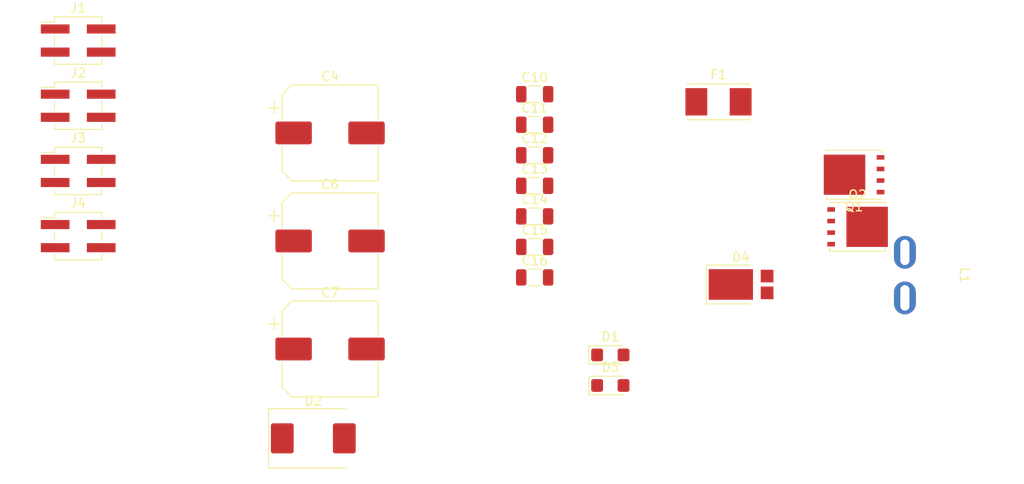
<source format=kicad_pcb>
(kicad_pcb (version 20221018) (generator pcbnew)
  (layers (0 "F.Cu" signal) (31 "B.Cu" signal) (34 "B.Paste" user) (35 "F.Paste" user) (36 "B.SilkS" user "B.Silkscreen") (37 "F.SilkS" user "F.Silkscreen") (38 "B.Mask" user) (39 "F.Mask" user) (44 "Edge.Cuts" user))
  (net 0 "")
  (net 1 "/VOUT")
  (net 2 "GND")
  (net 3 "+24V")
  (net 4 "/HG")
  (net 5 "/SW")
  (net 6 "/LG")
  (net 7 "/PWR_IN")
  (footprint "Connector_PinHeader_2.54mm:PinHeader_2x02_P2.54mm_Vertical_SMD" (layer "F.Cu") (at 74.168 70.244)
    (fp_text reference "J1" (at 0 -3.6) (layer "F.SilkS"))
    (fp_text value "Conn_02x02_Odd_Even")
    (fp_line (start -4.04 -2.03) (end -2.6 -2.03) (stroke (width 0.12)) (layer "F.SilkS"))
    (fp_line (start -2.6 -2.6) (end -2.6 -2.03) (stroke (width 0.12)) (layer "F.SilkS"))
    (fp_line (start -2.6 -2.6) (end 2.6 -2.6) (stroke (width 0.12)) (layer "F.SilkS"))
    (fp_line (start -2.6 -0.51) (end -2.6 0.51) (stroke (width 0.12)) (layer "F.SilkS"))
    (fp_line (start -2.6 2.03) (end -2.6 2.6) (stroke (width 0.12)) (layer "F.SilkS"))
    (fp_line (start -2.6 2.6) (end 2.6 2.6) (stroke (width 0.12)) (layer "F.SilkS"))
    (fp_line (start 2.6 -2.6) (end 2.6 -2.03) (stroke (width 0.12)) (layer "F.SilkS"))
    (fp_line (start 2.6 -0.51) (end 2.6 0.51) (stroke (width 0.12)) (layer "F.SilkS"))
    (fp_line (start 2.6 2.03) (end 2.6 2.6) (stroke (width 0.12)) (layer "F.SilkS"))
    (pad "1" smd rect (at -2.525 -1.27) (size 3.15 1) (layers "F.Cu" "F.Paste" "F.Mask") (net 3 "+24V"))
    (pad "2" smd rect (at 2.525 -1.27) (size 3.15 1) (layers "F.Cu" "F.Paste" "F.Mask") (net 5 "/SW"))
    (pad "3" smd rect (at -2.525 1.27) (size 3.15 1) (layers "F.Cu" "F.Paste" "F.Mask") (net 6 "/LG"))
    (pad "4" smd rect (at 2.525 1.27) (size 3.15 1) (layers "F.Cu" "F.Paste" "F.Mask") (net 4 "/HG"))
  )
  (footprint "Capacitor_SMD:C_1206_3216Metric" (layer "F.Cu") (at 124.24 79.477)
    (fp_text reference "C11" (at 0 -1.85) (layer "F.SilkS"))
    (fp_text value "100u")
    (fp_line (start -0.711252 -0.91) (end 0.711252 -0.91) (stroke (width 0.12)) (layer "F.SilkS"))
    (fp_line (start -0.711252 0.91) (end 0.711252 0.91) (stroke (width 0.12)) (layer "F.SilkS"))
    (pad "1" smd roundrect (at -1.475 0) (size 1.15 1.8) (layers "F.Cu" "F.Paste" "F.Mask") (roundrect_rratio 0.217391) (net 2 "GND"))
    (pad "2" smd roundrect (at 1.475 0) (size 1.15 1.8) (layers "F.Cu" "F.Paste" "F.Mask") (roundrect_rratio 0.217391) (net 1 "/VOUT"))
  )
  (footprint "Capacitor_SMD:C_1206_3216Metric" (layer "F.Cu") (at 124.24 96.227)
    (fp_text reference "C16" (at 0 -1.85) (layer "F.SilkS"))
    (fp_text value "100u")
    (fp_line (start -0.711252 -0.91) (end 0.711252 -0.91) (stroke (width 0.12)) (layer "F.SilkS"))
    (fp_line (start -0.711252 0.91) (end 0.711252 0.91) (stroke (width 0.12)) (layer "F.SilkS"))
    (pad "1" smd roundrect (at -1.475 0) (size 1.15 1.8) (layers "F.Cu" "F.Paste" "F.Mask") (roundrect_rratio 0.217391) (net 2 "GND"))
    (pad "2" smd roundrect (at 1.475 0) (size 1.15 1.8) (layers "F.Cu" "F.Paste" "F.Mask") (roundrect_rratio 0.217391) (net 3 "+24V"))
  )
  (footprint "Connector_PinHeader_2.54mm:PinHeader_2x02_P2.54mm_Vertical_SMD" (layer "F.Cu") (at 74.168 77.394)
    (fp_text reference "J2" (at 0 -3.6) (layer "F.SilkS"))
    (fp_text value "Conn_02x02_Odd_Even")
    (fp_line (start -4.04 -2.03) (end -2.6 -2.03) (stroke (width 0.12)) (layer "F.SilkS"))
    (fp_line (start -2.6 -2.6) (end -2.6 -2.03) (stroke (width 0.12)) (layer "F.SilkS"))
    (fp_line (start -2.6 -2.6) (end 2.6 -2.6) (stroke (width 0.12)) (layer "F.SilkS"))
    (fp_line (start -2.6 -0.51) (end -2.6 0.51) (stroke (width 0.12)) (layer "F.SilkS"))
    (fp_line (start -2.6 2.03) (end -2.6 2.6) (stroke (width 0.12)) (layer "F.SilkS"))
    (fp_line (start -2.6 2.6) (end 2.6 2.6) (stroke (width 0.12)) (layer "F.SilkS"))
    (fp_line (start 2.6 -2.6) (end 2.6 -2.03) (stroke (width 0.12)) (layer "F.SilkS"))
    (fp_line (start 2.6 -0.51) (end 2.6 0.51) (stroke (width 0.12)) (layer "F.SilkS"))
    (fp_line (start 2.6 2.03) (end 2.6 2.6) (stroke (width 0.12)) (layer "F.SilkS"))
    (pad "1" smd rect (at -2.525 -1.27) (size 3.15 1) (layers "F.Cu" "F.Paste" "F.Mask") (net 2 "GND"))
    (pad "2" smd rect (at 2.525 -1.27) (size 3.15 1) (layers "F.Cu" "F.Paste" "F.Mask") (net 2 "GND"))
    (pad "3" smd rect (at -2.525 1.27) (size 3.15 1) (layers "F.Cu" "F.Paste" "F.Mask") (net 2 "GND"))
    (pad "4" smd rect (at 2.525 1.27) (size 3.15 1) (layers "F.Cu" "F.Paste" "F.Mask") (net 2 "GND"))
  )
  (footprint "Capacitor_SMD:C_1206_3216Metric" (layer "F.Cu") (at 124.24 86.177)
    (fp_text reference "C13" (at 0 -1.85) (layer "F.SilkS"))
    (fp_text value "100u")
    (fp_line (start -0.711252 -0.91) (end 0.711252 -0.91) (stroke (width 0.12)) (layer "F.SilkS"))
    (fp_line (start -0.711252 0.91) (end 0.711252 0.91) (stroke (width 0.12)) (layer "F.SilkS"))
    (pad "1" smd roundrect (at -1.475 0) (size 1.15 1.8) (layers "F.Cu" "F.Paste" "F.Mask") (roundrect_rratio 0.217391) (net 2 "GND"))
    (pad "2" smd roundrect (at 1.475 0) (size 1.15 1.8) (layers "F.Cu" "F.Paste" "F.Mask") (roundrect_rratio 0.217391) (net 1 "/VOUT"))
  )
  (footprint "Connector_PinHeader_2.54mm:PinHeader_2x02_P2.54mm_Vertical_SMD" (layer "F.Cu") (at 74.168 84.544)
    (fp_text reference "J3" (at 0 -3.6) (layer "F.SilkS"))
    (fp_text value "Conn_02x02_Odd_Even")
    (fp_line (start -4.04 -2.03) (end -2.6 -2.03) (stroke (width 0.12)) (layer "F.SilkS"))
    (fp_line (start -2.6 -2.6) (end -2.6 -2.03) (stroke (width 0.12)) (layer "F.SilkS"))
    (fp_line (start -2.6 -2.6) (end 2.6 -2.6) (stroke (width 0.12)) (layer "F.SilkS"))
    (fp_line (start -2.6 -0.51) (end -2.6 0.51) (stroke (width 0.12)) (layer "F.SilkS"))
    (fp_line (start -2.6 2.03) (end -2.6 2.6) (stroke (width 0.12)) (layer "F.SilkS"))
    (fp_line (start -2.6 2.6) (end 2.6 2.6) (stroke (width 0.12)) (layer "F.SilkS"))
    (fp_line (start 2.6 -2.6) (end 2.6 -2.03) (stroke (width 0.12)) (layer "F.SilkS"))
    (fp_line (start 2.6 -0.51) (end 2.6 0.51) (stroke (width 0.12)) (layer "F.SilkS"))
    (fp_line (start 2.6 2.03) (end 2.6 2.6) (stroke (width 0.12)) (layer "F.SilkS"))
    (pad "1" smd rect (at -2.525 -1.27) (size 3.15 1) (layers "F.Cu" "F.Paste" "F.Mask") (net 1 "/VOUT"))
    (pad "2" smd rect (at 2.525 -1.27) (size 3.15 1) (layers "F.Cu" "F.Paste" "F.Mask") (net 1 "/VOUT"))
    (pad "3" smd rect (at -2.525 1.27) (size 3.15 1) (layers "F.Cu" "F.Paste" "F.Mask") (net 1 "/VOUT"))
    (pad "4" smd rect (at 2.525 1.27) (size 3.15 1) (layers "F.Cu" "F.Paste" "F.Mask") (net 1 "/VOUT"))
  )
  (footprint "Diode_SMD:D_SMC" (layer "F.Cu") (at 99.955 113.877)
    (fp_text reference "D2" (at 0 -4.1) (layer "F.SilkS"))
    (fp_text value "SM6T30A")
    (fp_line (start -4.91 -3.25) (end 3.6 -3.25) (stroke (width 0.12)) (layer "F.SilkS"))
    (fp_line (start -4.91 3.25) (end -4.91 -3.25) (stroke (width 0.12)) (layer "F.SilkS"))
    (fp_line (start -4.91 3.25) (end 3.6 3.25) (stroke (width 0.12)) (layer "F.SilkS"))
    (pad "1" smd roundrect (at -3.4 0 90) (size 3.3 2.5) (layers "F.Cu" "F.Paste" "F.Mask") (roundrect_rratio 0.1) (net 3 "+24V"))
    (pad "2" smd roundrect (at 3.4 0 90) (size 3.3 2.5) (layers "F.Cu" "F.Paste" "F.Mask") (roundrect_rratio 0.1) (net 2 "GND"))
  )
  (footprint "Fuse:Fuseholder_Littelfuse_Nano2_157x" (layer "F.Cu") (at 144.399 76.962)
    (fp_text reference "F1" (at 0 -3) (layer "F.SilkS"))
    (fp_text value "Fuse")
    (fp_line (start -3.36 -1.96) (end -3.36 -1.76) (stroke (width 0.12)) (layer "F.SilkS"))
    (fp_line (start -3.36 -1.96) (end 3.36 -1.96) (stroke (width 0.12)) (layer "F.SilkS"))
    (fp_line (start -3.36 1.76) (end -3.36 1.96) (stroke (width 0.12)) (layer "F.SilkS"))
    (fp_line (start -3.36 1.96) (end 3.36 1.96) (stroke (width 0.12)) (layer "F.SilkS"))
    (fp_line (start 3.36 -1.96) (end 3.36 -1.76) (stroke (width 0.12)) (layer "F.SilkS"))
    (fp_line (start 3.36 1.76) (end 3.36 1.96) (stroke (width 0.12)) (layer "F.SilkS"))
    (pad "1" smd rect (at -2.43 0) (size 2.4 3) (layers "F.Cu" "F.Paste" "F.Mask") (net 7 "/PWR_IN"))
    (pad "2" smd rect (at 2.43 0) (size 2.4 3) (layers "F.Cu" "F.Paste" "F.Mask") (net 3 "+24V"))
  )
  (footprint "Package_TO_SOT_SMD:TDSON-8-1" (layer "F.Cu") (at 159.273 84.963 180)
    (fp_text reference "Q1" (at 0 -3.5) (layer "F.SilkS"))
    (fp_text value "BSC070N10NS5")
    (fp_line (start -3.06 2.335) (end -3.06 2.685) (stroke (width 0.12)) (layer "F.SilkS"))
    (fp_line (start 3.06 -2.685) (end -3.06 -2.685) (stroke (width 0.12)) (layer "F.SilkS"))
    (fp_line (start 3.06 -2.385) (end 3.06 -2.685) (stroke (width 0.12)) (layer "F.SilkS"))
    (fp_line (start 3.06 2.385) (end 3.06 2.685) (stroke (width 0.12)) (layer "F.SilkS"))
    (fp_line (start 3.06 2.685) (end -3.06 2.685) (stroke (width 0.12)) (layer "F.SilkS"))
    (pad "1" smd rect (at -2.9 -1.905 180) (size 0.85 0.5) (layers "F.Cu" "F.Paste" "F.Mask") (net 5 "/SW"))
    (pad "2" smd rect (at -2.9 -0.635 180) (size 0.85 0.5) (layers "F.Cu" "F.Paste" "F.Mask") (net 5 "/SW"))
    (pad "3" smd rect (at -2.9 0.635 180) (size 0.85 0.5) (layers "F.Cu" "F.Paste" "F.Mask") (net 5 "/SW"))
    (pad "4" smd rect (at -2.9 1.905 180) (size 0.85 0.5) (layers "F.Cu" "F.Paste" "F.Mask") (net 4 "/HG"))
    (pad "5" smd rect (at 1.05 0 180) (size 4.55 4.41) (layers "F.Cu") (net 3 "+24V"))
  )
  (footprint "Capacitor_SMD:C_1206_3216Metric" (layer "F.Cu") (at 124.24 92.877)
    (fp_text reference "C15" (at 0 -1.85) (layer "F.SilkS"))
    (fp_text value "100u")
    (fp_line (start -0.711252 -0.91) (end 0.711252 -0.91) (stroke (width 0.12)) (layer "F.SilkS"))
    (fp_line (start -0.711252 0.91) (end 0.711252 0.91) (stroke (width 0.12)) (layer "F.SilkS"))
    (pad "1" smd roundrect (at -1.475 0) (size 1.15 1.8) (layers "F.Cu" "F.Paste" "F.Mask") (roundrect_rratio 0.217391) (net 2 "GND"))
    (pad "2" smd roundrect (at 1.475 0) (size 1.15 1.8) (layers "F.Cu" "F.Paste" "F.Mask") (roundrect_rratio 0.217391) (net 3 "+24V"))
  )
  (footprint "Capacitor_SMD:C_1206_3216Metric" (layer "F.Cu") (at 124.24 89.527)
    (fp_text reference "C14" (at 0 -1.85) (layer "F.SilkS"))
    (fp_text value "100u")
    (fp_line (start -0.711252 -0.91) (end 0.711252 -0.91) (stroke (width 0.12)) (layer "F.SilkS"))
    (fp_line (start -0.711252 0.91) (end 0.711252 0.91) (stroke (width 0.12)) (layer "F.SilkS"))
    (pad "1" smd roundrect (at -1.475 0) (size 1.15 1.8) (layers "F.Cu" "F.Paste" "F.Mask") (roundrect_rratio 0.217391) (net 2 "GND"))
    (pad "2" smd roundrect (at 1.475 0) (size 1.15 1.8) (layers "F.Cu" "F.Paste" "F.Mask") (roundrect_rratio 0.217391) (net 3 "+24V"))
  )
  (footprint "Capacitor_SMD:CP_Elec_10x10" (layer "F.Cu") (at 101.795 80.377)
    (fp_text reference "C4" (at 0 -6.2) (layer "F.SilkS"))
    (fp_text value "C_Polarized")
    (fp_line (start -6.75 -2.76) (end -5.5 -2.76) (stroke (width 0.12)) (layer "F.SilkS"))
    (fp_line (start -6.125 -3.385) (end -6.125 -2.135) (stroke (width 0.12)) (layer "F.SilkS"))
    (fp_line (start -5.26 -4.195563) (end -5.26 -1.51) (stroke (width 0.12)) (layer "F.SilkS"))
    (fp_line (start -5.26 -4.195563) (end -4.195563 -5.26) (stroke (width 0.12)) (layer "F.SilkS"))
    (fp_line (start -5.26 4.195563) (end -5.26 1.51) (stroke (width 0.12)) (layer "F.SilkS"))
    (fp_line (start -5.26 4.195563) (end -4.195563 5.26) (stroke (width 0.12)) (layer "F.SilkS"))
    (fp_line (start -4.195563 -5.26) (end 5.26 -5.26) (stroke (width 0.12)) (layer "F.SilkS"))
    (fp_line (start -4.195563 5.26) (end 5.26 5.26) (stroke (width 0.12)) (layer "F.SilkS"))
    (fp_line (start 5.26 -5.26) (end 5.26 -1.51) (stroke (width 0.12)) (layer "F.SilkS"))
    (fp_line (start 5.26 5.26) (end 5.26 1.51) (stroke (width 0.12)) (layer "F.SilkS"))
    (pad "1" smd roundrect (at -4 0) (size 4 2.5) (layers "F.Cu" "F.Paste" "F.Mask") (roundrect_rratio 0.1) (net 1 "/VOUT"))
    (pad "2" smd roundrect (at 4 0) (size 4 2.5) (layers "F.Cu" "F.Paste" "F.Mask") (roundrect_rratio 0.1) (net 2 "GND"))
  )
  (footprint "Capacitor_SMD:C_1206_3216Metric" (layer "F.Cu") (at 124.24 82.827)
    (fp_text reference "C12" (at 0 -1.85) (layer "F.SilkS"))
    (fp_text value "100u")
    (fp_line (start -0.711252 -0.91) (end 0.711252 -0.91) (stroke (width 0.12)) (layer "F.SilkS"))
    (fp_line (start -0.711252 0.91) (end 0.711252 0.91) (stroke (width 0.12)) (layer "F.SilkS"))
    (pad "1" smd roundrect (at -1.475 0) (size 1.15 1.8) (layers "F.Cu" "F.Paste" "F.Mask") (roundrect_rratio 0.217391) (net 2 "GND"))
    (pad "2" smd roundrect (at 1.475 0) (size 1.15 1.8) (layers "F.Cu" "F.Paste" "F.Mask") (roundrect_rratio 0.217391) (net 1 "/VOUT"))
  )
  (footprint "Diode_SMD:D_SMF" (layer "F.Cu") (at 132.535 108.077)
    (fp_text reference "D3" (at 0 -2) (layer "F.SilkS"))
    (fp_text value "SMF12A")
    (fp_line (start -2.36 -1.01) (end -2.36 1.01) (stroke (width 0.12)) (layer "F.SilkS"))
    (fp_line (start -2.36 -1.01) (end 1.4 -1.01) (stroke (width 0.12)) (layer "F.SilkS"))
    (fp_line (start -2.36 1.01) (end 1.4 1.01) (stroke (width 0.12)) (layer "F.SilkS"))
    (pad "1" smd roundrect (at -1.45 0) (size 1.3 1.4) (layers "F.Cu" "F.Paste" "F.Mask") (roundrect_rratio 0.1923076923) (net 6 "/LG"))
    (pad "2" smd roundrect (at 1.45 0) (size 1.3 1.4) (layers "F.Cu" "F.Paste" "F.Mask") (roundrect_rratio 0.1923076923) (net 2 "GND"))
  )
  (footprint "Diode_SMD:D_SMF" (layer "F.Cu") (at 132.535 104.727)
    (fp_text reference "D1" (at 0 -2) (layer "F.SilkS"))
    (fp_text value "SMF12A")
    (fp_line (start -2.36 -1.01) (end -2.36 1.01) (stroke (width 0.12)) (layer "F.SilkS"))
    (fp_line (start -2.36 -1.01) (end 1.4 -1.01) (stroke (width 0.12)) (layer "F.SilkS"))
    (fp_line (start -2.36 1.01) (end 1.4 1.01) (stroke (width 0.12)) (layer "F.SilkS"))
    (pad "1" smd roundrect (at -1.45 0) (size 1.3 1.4) (layers "F.Cu" "F.Paste" "F.Mask") (roundrect_rratio 0.1923076923) (net 4 "/HG"))
    (pad "2" smd roundrect (at 1.45 0) (size 1.3 1.4) (layers "F.Cu" "F.Paste" "F.Mask") (roundrect_rratio 0.1923076923) (net 5 "/SW"))
  )
  (footprint "Connector_PinHeader_2.54mm:PinHeader_2x02_P2.54mm_Vertical_SMD" (layer "F.Cu") (at 74.168 91.694)
    (fp_text reference "J4" (at 0 -3.6) (layer "F.SilkS"))
    (fp_text value "Conn_02x02_Odd_Even")
    (fp_line (start -4.04 -2.03) (end -2.6 -2.03) (stroke (width 0.12)) (layer "F.SilkS"))
    (fp_line (start -2.6 -2.6) (end -2.6 -2.03) (stroke (width 0.12)) (layer "F.SilkS"))
    (fp_line (start -2.6 -2.6) (end 2.6 -2.6) (stroke (width 0.12)) (layer "F.SilkS"))
    (fp_line (start -2.6 -0.51) (end -2.6 0.51) (stroke (width 0.12)) (layer "F.SilkS"))
    (fp_line (start -2.6 2.03) (end -2.6 2.6) (stroke (width 0.12)) (layer "F.SilkS"))
    (fp_line (start -2.6 2.6) (end 2.6 2.6) (stroke (width 0.12)) (layer "F.SilkS"))
    (fp_line (start 2.6 -2.6) (end 2.6 -2.03) (stroke (width 0.12)) (layer "F.SilkS"))
    (fp_line (start 2.6 -0.51) (end 2.6 0.51) (stroke (width 0.12)) (layer "F.SilkS"))
    (fp_line (start 2.6 2.03) (end 2.6 2.6) (stroke (width 0.12)) (layer "F.SilkS"))
    (pad "1" smd rect (at -2.525 -1.27) (size 3.15 1) (layers "F.Cu" "F.Paste" "F.Mask") (net 2 "GND"))
    (pad "2" smd rect (at 2.525 -1.27) (size 3.15 1) (layers "F.Cu" "F.Paste" "F.Mask") (net 2 "GND"))
    (pad "3" smd rect (at -2.525 1.27) (size 3.15 1) (layers "F.Cu" "F.Paste" "F.Mask") (net 2 "GND"))
    (pad "4" smd rect (at 2.525 1.27) (size 3.15 1) (layers "F.Cu" "F.Paste" "F.Mask") (net 2 "GND"))
  )
  (footprint "Package_TO_SOT_SMD:TDSON-8-1" (layer "F.Cu") (at 159.655 90.678)
    (fp_text reference "Q2" (at 0 -3.5) (layer "F.SilkS"))
    (fp_text value "BSC070N10NS5")
    (fp_line (start -3.06 2.335) (end -3.06 2.685) (stroke (width 0.12)) (layer "F.SilkS"))
    (fp_line (start 3.06 -2.685) (end -3.06 -2.685) (stroke (width 0.12)) (layer "F.SilkS"))
    (fp_line (start 3.06 -2.385) (end 3.06 -2.685) (stroke (width 0.12)) (layer "F.SilkS"))
    (fp_line (start 3.06 2.385) (end 3.06 2.685) (stroke (width 0.12)) (layer "F.SilkS"))
    (fp_line (start 3.06 2.685) (end -3.06 2.685) (stroke (width 0.12)) (layer "F.SilkS"))
    (pad "1" smd rect (at -2.9 -1.905) (size 0.85 0.5) (layers "F.Cu" "F.Paste" "F.Mask") (net 2 "GND"))
    (pad "2" smd rect (at -2.9 -0.635) (size 0.85 0.5) (layers "F.Cu" "F.Paste" "F.Mask") (net 2 "GND"))
    (pad "3" smd rect (at -2.9 0.635) (size 0.85 0.5) (layers "F.Cu" "F.Paste" "F.Mask") (net 2 "GND"))
    (pad "4" smd rect (at -2.9 1.905) (size 0.85 0.5) (layers "F.Cu" "F.Paste" "F.Mask") (net 6 "/LG"))
    (pad "5" smd rect (at 1.05 0) (size 4.55 4.41) (layers "F.Cu") (net 5 "/SW"))
  )
  (footprint "Capacitor_SMD:C_1206_3216Metric" (layer "F.Cu") (at 124.24 76.127)
    (fp_text reference "C10" (at 0 -1.85) (layer "F.SilkS"))
    (fp_text value "100u")
    (fp_line (start -0.711252 -0.91) (end 0.711252 -0.91) (stroke (width 0.12)) (layer "F.SilkS"))
    (fp_line (start -0.711252 0.91) (end 0.711252 0.91) (stroke (width 0.12)) (layer "F.SilkS"))
    (pad "1" smd roundrect (at -1.475 0) (size 1.15 1.8) (layers "F.Cu" "F.Paste" "F.Mask") (roundrect_rratio 0.217391) (net 2 "GND"))
    (pad "2" smd roundrect (at 1.475 0) (size 1.15 1.8) (layers "F.Cu" "F.Paste" "F.Mask") (roundrect_rratio 0.217391) (net 1 "/VOUT"))
  )
  (footprint "Capacitor_SMD:CP_Elec_10x10" (layer "F.Cu") (at 101.795 104.077)
    (fp_text reference "C7" (at 0 -6.2) (layer "F.SilkS"))
    (fp_text value "C_Polarized")
    (fp_line (start -6.75 -2.76) (end -5.5 -2.76) (stroke (width 0.12)) (layer "F.SilkS"))
    (fp_line (start -6.125 -3.385) (end -6.125 -2.135) (stroke (width 0.12)) (layer "F.SilkS"))
    (fp_line (start -5.26 -4.195563) (end -5.26 -1.51) (stroke (width 0.12)) (layer "F.SilkS"))
    (fp_line (start -5.26 -4.195563) (end -4.195563 -5.26) (stroke (width 0.12)) (layer "F.SilkS"))
    (fp_line (start -5.26 4.195563) (end -5.26 1.51) (stroke (width 0.12)) (layer "F.SilkS"))
    (fp_line (start -5.26 4.195563) (end -4.195563 5.26) (stroke (width 0.12)) (layer "F.SilkS"))
    (fp_line (start -4.195563 -5.26) (end 5.26 -5.26) (stroke (width 0.12)) (layer "F.SilkS"))
    (fp_line (start -4.195563 5.26) (end 5.26 5.26) (stroke (width 0.12)) (layer "F.SilkS"))
    (fp_line (start 5.26 -5.26) (end 5.26 -1.51) (stroke (width 0.12)) (layer "F.SilkS"))
    (fp_line (start 5.26 5.26) (end 5.26 1.51) (stroke (width 0.12)) (layer "F.SilkS"))
    (pad "1" smd roundrect (at -4 0) (size 4 2.5) (layers "F.Cu" "F.Paste" "F.Mask") (roundrect_rratio 0.1) (net 1 "/VOUT"))
    (pad "2" smd roundrect (at 4 0) (size 4 2.5) (layers "F.Cu" "F.Paste" "F.Mask") (roundrect_rratio 0.1) (net 2 "GND"))
  )
  (footprint "Capacitor_SMD:CP_Elec_10x10" (layer "F.Cu") (at 101.795 92.227)
    (fp_text reference "C6" (at 0 -6.2) (layer "F.SilkS"))
    (fp_text value "C_Polarized")
    (fp_line (start -6.75 -2.76) (end -5.5 -2.76) (stroke (width 0.12)) (layer "F.SilkS"))
    (fp_line (start -6.125 -3.385) (end -6.125 -2.135) (stroke (width 0.12)) (layer "F.SilkS"))
    (fp_line (start -5.26 -4.195563) (end -5.26 -1.51) (stroke (width 0.12)) (layer "F.SilkS"))
    (fp_line (start -5.26 -4.195563) (end -4.195563 -5.26) (stroke (width 0.12)) (layer "F.SilkS"))
    (fp_line (start -5.26 4.195563) (end -5.26 1.51) (stroke (width 0.12)) (layer "F.SilkS"))
    (fp_line (start -5.26 4.195563) (end -4.195563 5.26) (stroke (width 0.12)) (layer "F.SilkS"))
    (fp_line (start -4.195563 -5.26) (end 5.26 -5.26) (stroke (width 0.12)) (layer "F.SilkS"))
    (fp_line (start -4.195563 5.26) (end 5.26 5.26) (stroke (width 0.12)) (layer "F.SilkS"))
    (fp_line (start 5.26 -5.26) (end 5.26 -1.51) (stroke (width 0.12)) (layer "F.SilkS"))
    (fp_line (start 5.26 5.26) (end 5.26 1.51) (stroke (width 0.12)) (layer "F.SilkS"))
    (pad "1" smd roundrect (at -4 0) (size 4 2.5) (layers "F.Cu" "F.Paste" "F.Mask") (roundrect_rratio 0.1) (net 3 "+24V"))
    (pad "2" smd roundrect (at 4 0) (size 4 2.5) (layers "F.Cu" "F.Paste" "F.Mask") (roundrect_rratio 0.1) (net 2 "GND"))
  )
  (footprint "Diode_SMD:D_PowerDI-5" (layer "F.Cu") (at 146.871 96.997)
    (fp_text reference "D4" (at 0 -3) (layer "F.SilkS"))
    (fp_text value "D_Schottky")
    (fp_line (start -3.81 2.125) (end -3.81 -2.125) (stroke (width 0.12)) (layer "F.SilkS"))
    (fp_line (start -3.81 2.125) (end 1 2.125) (stroke (width 0.12)) (layer "F.SilkS"))
    (fp_line (start 1 -2.125) (end -3.81 -2.125) (stroke (width 0.12)) (layer "F.SilkS"))
    (pad "1" smd rect (at -1.12 0 180) (size 4.86 3.36) (layers "F.Cu" "F.Paste" "F.Mask") (net 5 "/SW"))
    (pad "2" smd rect (at 2.862 -0.92 180) (size 1.4 1.39) (layers "F.Cu" "F.Paste" "F.Mask") (net 2 "GND"))
    (pad "2" smd rect (at 2.862 0.92 180) (size 1.4 1.39) (layers "F.Cu" "F.Paste" "F.Mask") (net 2 "GND"))
  )
  (footprint "0_RM2023:Inductor_RM6" (layer "F.Cu") (at 170.896 95.972 -90)
    (fp_text reference "L1" (at 0 -0.5 -90 unlocked) (layer "F.SilkS"))
    (fp_text value "10uh")
    (pad "1" thru_hole oval (at -2.5 6.05 270) (size 3.6 2.4) (drill oval 2.8 1) (layers "*.Cu" "*.Mask") (net 5 "/SW"))
    (pad "2" thru_hole oval (at 2.5 6.05 270) (size 3.6 2.4) (drill oval 2.8 1) (layers "*.Cu" "*.Mask") (net 1 "/VOUT"))
  )
)
</source>
